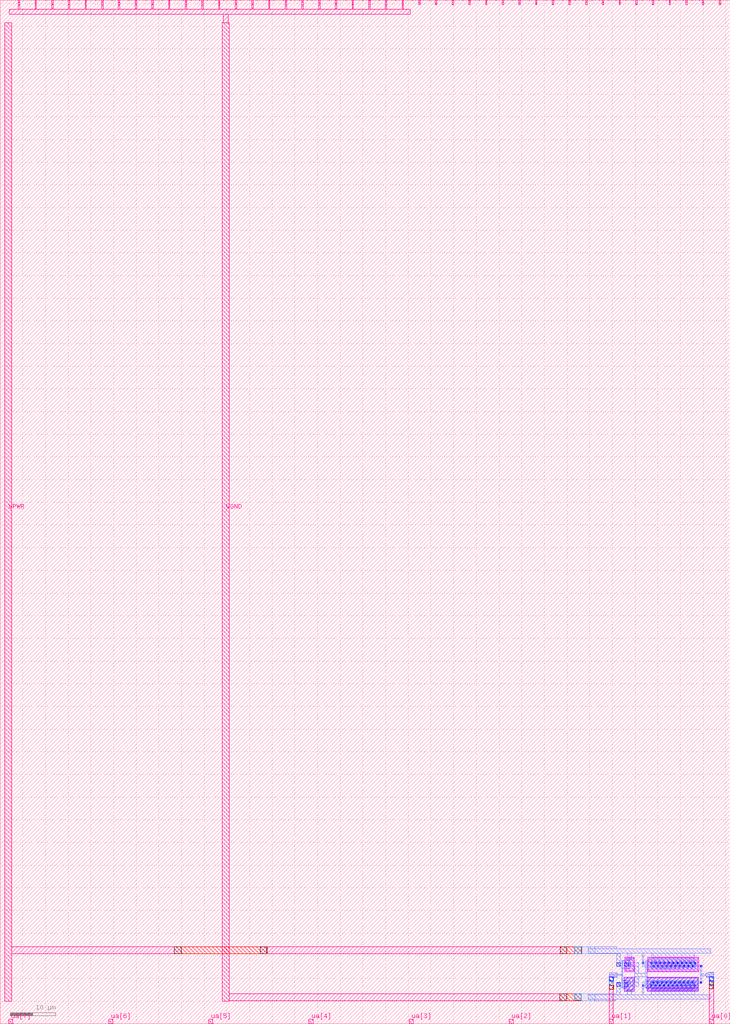
<source format=lef>
VERSION 5.7 ;
  NOWIREEXTENSIONATPIN ON ;
  DIVIDERCHAR "/" ;
  BUSBITCHARS "[]" ;
MACRO tt_um_adennen_inverter
  CLASS BLOCK ;
  FOREIGN tt_um_adennen_inverter ;
  ORIGIN 0.000 0.000 ;
  SIZE 161.000 BY 225.760 ;
  PIN clk
    DIRECTION INPUT ;
    USE SIGNAL ;
    PORT
      LAYER met4 ;
        RECT 154.870 224.760 155.170 225.760 ;
    END
  END clk
  PIN ena
    DIRECTION INPUT ;
    USE SIGNAL ;
    PORT
      LAYER met4 ;
        RECT 158.550 224.760 158.850 225.760 ;
    END
  END ena
  PIN rst_n
    DIRECTION INPUT ;
    USE SIGNAL ;
    PORT
      LAYER met4 ;
        RECT 151.190 224.760 151.490 225.760 ;
    END
  END rst_n
  PIN ua[0]
    DIRECTION INOUT ;
    USE SIGNAL ;
    PORT
      LAYER met4 ;
        RECT 156.410 0.000 157.310 1.000 ;
    END
  END ua[0]
  PIN ua[1]
    DIRECTION INOUT ;
    USE SIGNAL ;
    PORT
      LAYER met4 ;
        RECT 134.330 0.000 135.230 1.000 ;
    END
  END ua[1]
  PIN ua[2]
    DIRECTION INOUT ;
    USE SIGNAL ;
    PORT
      LAYER met4 ;
        RECT 112.250 0.000 113.150 1.000 ;
    END
  END ua[2]
  PIN ua[3]
    DIRECTION INOUT ;
    USE SIGNAL ;
    PORT
      LAYER met4 ;
        RECT 90.170 0.000 91.070 1.000 ;
    END
  END ua[3]
  PIN ua[4]
    DIRECTION INOUT ;
    USE SIGNAL ;
    PORT
      LAYER met4 ;
        RECT 68.090 0.000 68.990 1.000 ;
    END
  END ua[4]
  PIN ua[5]
    DIRECTION INOUT ;
    USE SIGNAL ;
    PORT
      LAYER met4 ;
        RECT 46.010 0.000 46.910 1.000 ;
    END
  END ua[5]
  PIN ua[6]
    DIRECTION INOUT ;
    USE SIGNAL ;
    PORT
      LAYER met4 ;
        RECT 23.930 0.000 24.830 1.000 ;
    END
  END ua[6]
  PIN ua[7]
    DIRECTION INOUT ;
    USE SIGNAL ;
    PORT
      LAYER met4 ;
        RECT 1.850 0.000 2.750 1.000 ;
    END
  END ua[7]
  PIN ui_in[0]
    DIRECTION INPUT ;
    USE SIGNAL ;
    PORT
      LAYER met4 ;
        RECT 147.510 224.760 147.810 225.760 ;
    END
  END ui_in[0]
  PIN ui_in[1]
    DIRECTION INPUT ;
    USE SIGNAL ;
    PORT
      LAYER met4 ;
        RECT 143.830 224.760 144.130 225.760 ;
    END
  END ui_in[1]
  PIN ui_in[2]
    DIRECTION INPUT ;
    USE SIGNAL ;
    PORT
      LAYER met4 ;
        RECT 140.150 224.760 140.450 225.760 ;
    END
  END ui_in[2]
  PIN ui_in[3]
    DIRECTION INPUT ;
    USE SIGNAL ;
    PORT
      LAYER met4 ;
        RECT 136.470 224.760 136.770 225.760 ;
    END
  END ui_in[3]
  PIN ui_in[4]
    DIRECTION INPUT ;
    USE SIGNAL ;
    PORT
      LAYER met4 ;
        RECT 132.790 224.760 133.090 225.760 ;
    END
  END ui_in[4]
  PIN ui_in[5]
    DIRECTION INPUT ;
    USE SIGNAL ;
    PORT
      LAYER met4 ;
        RECT 129.110 224.760 129.410 225.760 ;
    END
  END ui_in[5]
  PIN ui_in[6]
    DIRECTION INPUT ;
    USE SIGNAL ;
    PORT
      LAYER met4 ;
        RECT 125.430 224.760 125.730 225.760 ;
    END
  END ui_in[6]
  PIN ui_in[7]
    DIRECTION INPUT ;
    USE SIGNAL ;
    PORT
      LAYER met4 ;
        RECT 121.750 224.760 122.050 225.760 ;
    END
  END ui_in[7]
  PIN uio_in[0]
    DIRECTION INPUT ;
    USE SIGNAL ;
    PORT
      LAYER met4 ;
        RECT 118.070 224.760 118.370 225.760 ;
    END
  END uio_in[0]
  PIN uio_in[1]
    DIRECTION INPUT ;
    USE SIGNAL ;
    PORT
      LAYER met4 ;
        RECT 114.390 224.760 114.690 225.760 ;
    END
  END uio_in[1]
  PIN uio_in[2]
    DIRECTION INPUT ;
    USE SIGNAL ;
    PORT
      LAYER met4 ;
        RECT 110.710 224.760 111.010 225.760 ;
    END
  END uio_in[2]
  PIN uio_in[3]
    DIRECTION INPUT ;
    USE SIGNAL ;
    PORT
      LAYER met4 ;
        RECT 107.030 224.760 107.330 225.760 ;
    END
  END uio_in[3]
  PIN uio_in[4]
    DIRECTION INPUT ;
    USE SIGNAL ;
    PORT
      LAYER met4 ;
        RECT 103.350 224.760 103.650 225.760 ;
    END
  END uio_in[4]
  PIN uio_in[5]
    DIRECTION INPUT ;
    USE SIGNAL ;
    PORT
      LAYER met4 ;
        RECT 99.670 224.760 99.970 225.760 ;
    END
  END uio_in[5]
  PIN uio_in[6]
    DIRECTION INPUT ;
    USE SIGNAL ;
    PORT
      LAYER met4 ;
        RECT 95.990 224.760 96.290 225.760 ;
    END
  END uio_in[6]
  PIN uio_in[7]
    DIRECTION INPUT ;
    USE SIGNAL ;
    PORT
      LAYER met4 ;
        RECT 92.310 224.760 92.610 225.760 ;
    END
  END uio_in[7]
  PIN uio_oe[0]
    DIRECTION OUTPUT ;
    USE SIGNAL ;
    PORT
      LAYER met4 ;
        RECT 29.750 224.760 30.050 225.760 ;
    END
  END uio_oe[0]
  PIN uio_oe[1]
    DIRECTION OUTPUT ;
    USE SIGNAL ;
    PORT
      LAYER met4 ;
        RECT 26.070 224.760 26.370 225.760 ;
    END
  END uio_oe[1]
  PIN uio_oe[2]
    DIRECTION OUTPUT ;
    USE SIGNAL ;
    PORT
      LAYER met4 ;
        RECT 22.390 224.760 22.690 225.760 ;
    END
  END uio_oe[2]
  PIN uio_oe[3]
    DIRECTION OUTPUT ;
    USE SIGNAL ;
    PORT
      LAYER met4 ;
        RECT 18.710 224.760 19.010 225.760 ;
    END
  END uio_oe[3]
  PIN uio_oe[4]
    DIRECTION OUTPUT ;
    USE SIGNAL ;
    PORT
      LAYER met4 ;
        RECT 15.030 224.760 15.330 225.760 ;
    END
  END uio_oe[4]
  PIN uio_oe[5]
    DIRECTION OUTPUT ;
    USE SIGNAL ;
    PORT
      LAYER met4 ;
        RECT 11.350 224.760 11.650 225.760 ;
    END
  END uio_oe[5]
  PIN uio_oe[6]
    DIRECTION OUTPUT ;
    USE SIGNAL ;
    PORT
      LAYER met4 ;
        RECT 7.670 224.760 7.970 225.760 ;
    END
  END uio_oe[6]
  PIN uio_oe[7]
    DIRECTION OUTPUT ;
    USE SIGNAL ;
    PORT
      LAYER met4 ;
        RECT 3.990 224.760 4.290 225.760 ;
    END
  END uio_oe[7]
  PIN uio_out[0]
    DIRECTION OUTPUT ;
    USE SIGNAL ;
    PORT
      LAYER met4 ;
        RECT 59.190 224.760 59.490 225.760 ;
    END
  END uio_out[0]
  PIN uio_out[1]
    DIRECTION OUTPUT ;
    USE SIGNAL ;
    PORT
      LAYER met4 ;
        RECT 55.510 224.760 55.810 225.760 ;
    END
  END uio_out[1]
  PIN uio_out[2]
    DIRECTION OUTPUT ;
    USE SIGNAL ;
    PORT
      LAYER met4 ;
        RECT 51.830 224.760 52.130 225.760 ;
    END
  END uio_out[2]
  PIN uio_out[3]
    DIRECTION OUTPUT ;
    USE SIGNAL ;
    PORT
      LAYER met4 ;
        RECT 48.150 224.760 48.450 225.760 ;
    END
  END uio_out[3]
  PIN uio_out[4]
    DIRECTION OUTPUT ;
    USE SIGNAL ;
    PORT
      LAYER met4 ;
        RECT 44.470 224.760 44.770 225.760 ;
    END
  END uio_out[4]
  PIN uio_out[5]
    DIRECTION OUTPUT ;
    USE SIGNAL ;
    PORT
      LAYER met4 ;
        RECT 40.790 224.760 41.090 225.760 ;
    END
  END uio_out[5]
  PIN uio_out[6]
    DIRECTION OUTPUT ;
    USE SIGNAL ;
    PORT
      LAYER met4 ;
        RECT 37.110 224.760 37.410 225.760 ;
    END
  END uio_out[6]
  PIN uio_out[7]
    DIRECTION OUTPUT ;
    USE SIGNAL ;
    PORT
      LAYER met4 ;
        RECT 33.430 224.760 33.730 225.760 ;
    END
  END uio_out[7]
  PIN uo_out[0]
    DIRECTION OUTPUT ;
    USE SIGNAL ;
    PORT
      LAYER met4 ;
        RECT 88.630 224.760 88.930 225.760 ;
    END
  END uo_out[0]
  PIN uo_out[1]
    DIRECTION OUTPUT ;
    USE SIGNAL ;
    PORT
      LAYER met4 ;
        RECT 84.950 224.760 85.250 225.760 ;
    END
  END uo_out[1]
  PIN uo_out[2]
    DIRECTION OUTPUT ;
    USE SIGNAL ;
    PORT
      LAYER met4 ;
        RECT 81.270 224.760 81.570 225.760 ;
    END
  END uo_out[2]
  PIN uo_out[3]
    DIRECTION OUTPUT ;
    USE SIGNAL ;
    PORT
      LAYER met4 ;
        RECT 77.590 224.760 77.890 225.760 ;
    END
  END uo_out[3]
  PIN uo_out[4]
    DIRECTION OUTPUT ;
    USE SIGNAL ;
    PORT
      LAYER met4 ;
        RECT 73.910 224.760 74.210 225.760 ;
    END
  END uo_out[4]
  PIN uo_out[5]
    DIRECTION OUTPUT ;
    USE SIGNAL ;
    PORT
      LAYER met4 ;
        RECT 70.230 224.760 70.530 225.760 ;
    END
  END uo_out[5]
  PIN uo_out[6]
    DIRECTION OUTPUT ;
    USE SIGNAL ;
    PORT
      LAYER met4 ;
        RECT 66.550 224.760 66.850 225.760 ;
    END
  END uo_out[6]
  PIN uo_out[7]
    DIRECTION OUTPUT ;
    USE SIGNAL ;
    PORT
      LAYER met4 ;
        RECT 62.870 224.760 63.170 225.760 ;
    END
  END uo_out[7]
  PIN VPWR
    DIRECTION INOUT ;
    USE POWER ;
    PORT
      LAYER met4 ;
        RECT 1.000 5.000 2.500 220.760 ;
    END
  END VPWR
  PIN VGND
    DIRECTION INOUT ;
    USE GROUND ;
    PORT
      LAYER met4 ;
        RECT 49.000 5.000 50.500 220.760 ;
    END
  END VGND
  OBS
      LAYER nwell ;
        RECT 137.740 11.465 139.850 14.655 ;
        RECT 142.790 11.435 154.060 14.625 ;
      LAYER pwell ;
        RECT 137.670 7.165 139.780 10.265 ;
        RECT 142.690 8.065 153.960 10.300 ;
        RECT 142.430 7.825 153.960 8.065 ;
        RECT 142.690 7.200 153.960 7.825 ;
      LAYER li1 ;
        RECT 138.460 14.475 139.135 14.520 ;
        RECT 137.920 14.305 139.670 14.475 ;
        RECT 143.825 14.445 152.985 14.595 ;
        RECT 137.920 11.815 138.090 14.305 ;
        RECT 138.460 14.245 139.135 14.305 ;
        RECT 138.630 13.795 138.960 13.965 ;
        RECT 138.490 12.540 138.660 13.580 ;
        RECT 138.930 12.540 139.100 13.580 ;
        RECT 138.630 12.155 138.960 12.325 ;
        RECT 139.500 11.815 139.670 14.305 ;
        RECT 137.920 11.645 139.670 11.815 ;
        RECT 142.970 14.275 153.880 14.445 ;
        RECT 142.970 11.785 143.140 14.275 ;
        RECT 143.825 14.245 152.985 14.275 ;
        RECT 144.180 13.765 144.510 13.935 ;
        RECT 145.140 13.765 145.470 13.935 ;
        RECT 146.100 13.765 146.430 13.935 ;
        RECT 147.060 13.765 147.390 13.935 ;
        RECT 148.020 13.765 148.350 13.935 ;
        RECT 148.980 13.765 149.310 13.935 ;
        RECT 149.940 13.765 150.270 13.935 ;
        RECT 150.900 13.765 151.230 13.935 ;
        RECT 151.860 13.765 152.190 13.935 ;
        RECT 152.820 13.765 153.150 13.935 ;
        RECT 143.540 12.510 143.710 13.550 ;
        RECT 144.020 12.510 144.190 13.550 ;
        RECT 144.500 12.510 144.670 13.550 ;
        RECT 144.980 12.510 145.150 13.550 ;
        RECT 145.460 12.510 145.630 13.550 ;
        RECT 145.940 12.510 146.110 13.550 ;
        RECT 146.420 12.510 146.590 13.550 ;
        RECT 146.900 12.510 147.070 13.550 ;
        RECT 147.380 12.510 147.550 13.550 ;
        RECT 147.860 12.510 148.030 13.550 ;
        RECT 148.340 12.510 148.510 13.550 ;
        RECT 148.820 12.510 148.990 13.550 ;
        RECT 149.300 12.510 149.470 13.550 ;
        RECT 149.780 12.510 149.950 13.550 ;
        RECT 150.260 12.510 150.430 13.550 ;
        RECT 150.740 12.510 150.910 13.550 ;
        RECT 151.220 12.510 151.390 13.550 ;
        RECT 151.700 12.510 151.870 13.550 ;
        RECT 152.180 12.510 152.350 13.550 ;
        RECT 152.660 12.510 152.830 13.550 ;
        RECT 153.140 12.510 153.310 13.550 ;
        RECT 143.700 12.125 144.030 12.295 ;
        RECT 144.660 12.125 144.990 12.295 ;
        RECT 145.620 12.125 145.950 12.295 ;
        RECT 146.580 12.125 146.910 12.295 ;
        RECT 147.540 12.125 147.870 12.295 ;
        RECT 148.500 12.125 148.830 12.295 ;
        RECT 149.460 12.125 149.790 12.295 ;
        RECT 150.420 12.125 150.750 12.295 ;
        RECT 151.380 12.125 151.710 12.295 ;
        RECT 152.340 12.125 152.670 12.295 ;
        RECT 153.710 11.785 153.880 14.275 ;
        RECT 142.970 11.615 153.880 11.785 ;
        RECT 137.850 9.915 139.600 10.085 ;
        RECT 137.850 7.515 138.020 9.915 ;
        RECT 138.560 9.405 138.890 9.575 ;
        RECT 138.420 8.195 138.590 9.235 ;
        RECT 138.860 8.195 139.030 9.235 ;
        RECT 138.560 7.855 138.890 8.025 ;
        RECT 138.405 7.515 139.080 7.580 ;
        RECT 139.430 7.515 139.600 9.915 ;
        RECT 137.850 7.345 139.600 7.515 ;
        RECT 142.870 9.950 153.780 10.120 ;
        RECT 142.870 7.550 143.040 9.950 ;
        RECT 144.080 9.440 144.410 9.610 ;
        RECT 145.040 9.440 145.370 9.610 ;
        RECT 146.000 9.440 146.330 9.610 ;
        RECT 146.960 9.440 147.290 9.610 ;
        RECT 147.920 9.440 148.250 9.610 ;
        RECT 148.880 9.440 149.210 9.610 ;
        RECT 149.840 9.440 150.170 9.610 ;
        RECT 150.800 9.440 151.130 9.610 ;
        RECT 151.760 9.440 152.090 9.610 ;
        RECT 152.720 9.440 153.050 9.610 ;
        RECT 143.440 8.230 143.610 9.270 ;
        RECT 143.920 8.230 144.090 9.270 ;
        RECT 144.400 8.230 144.570 9.270 ;
        RECT 144.880 8.230 145.050 9.270 ;
        RECT 145.360 8.230 145.530 9.270 ;
        RECT 145.840 8.230 146.010 9.270 ;
        RECT 146.320 8.230 146.490 9.270 ;
        RECT 146.800 8.230 146.970 9.270 ;
        RECT 147.280 8.230 147.450 9.270 ;
        RECT 147.760 8.230 147.930 9.270 ;
        RECT 148.240 8.230 148.410 9.270 ;
        RECT 148.720 8.230 148.890 9.270 ;
        RECT 149.200 8.230 149.370 9.270 ;
        RECT 149.680 8.230 149.850 9.270 ;
        RECT 150.160 8.230 150.330 9.270 ;
        RECT 150.640 8.230 150.810 9.270 ;
        RECT 151.120 8.230 151.290 9.270 ;
        RECT 151.600 8.230 151.770 9.270 ;
        RECT 152.080 8.230 152.250 9.270 ;
        RECT 152.560 8.230 152.730 9.270 ;
        RECT 153.040 8.230 153.210 9.270 ;
        RECT 143.600 7.890 143.930 8.060 ;
        RECT 144.560 7.890 144.890 8.060 ;
        RECT 145.520 7.890 145.850 8.060 ;
        RECT 146.480 7.890 146.810 8.060 ;
        RECT 147.440 7.890 147.770 8.060 ;
        RECT 148.400 7.890 148.730 8.060 ;
        RECT 149.360 7.890 149.690 8.060 ;
        RECT 150.320 7.890 150.650 8.060 ;
        RECT 151.280 7.890 151.610 8.060 ;
        RECT 152.240 7.890 152.570 8.060 ;
        RECT 143.840 7.550 153.000 7.605 ;
        RECT 153.610 7.550 153.780 9.950 ;
        RECT 142.870 7.380 153.780 7.550 ;
        RECT 138.405 7.305 139.080 7.345 ;
        RECT 143.840 7.255 153.000 7.380 ;
      LAYER mcon ;
        RECT 138.710 13.795 138.880 13.965 ;
        RECT 138.490 12.620 138.660 13.500 ;
        RECT 138.930 12.620 139.100 13.500 ;
        RECT 138.710 12.155 138.880 12.325 ;
        RECT 144.260 13.765 144.430 13.935 ;
        RECT 145.220 13.765 145.390 13.935 ;
        RECT 146.180 13.765 146.350 13.935 ;
        RECT 147.140 13.765 147.310 13.935 ;
        RECT 148.100 13.765 148.270 13.935 ;
        RECT 149.060 13.765 149.230 13.935 ;
        RECT 150.020 13.765 150.190 13.935 ;
        RECT 150.980 13.765 151.150 13.935 ;
        RECT 151.940 13.765 152.110 13.935 ;
        RECT 152.900 13.765 153.070 13.935 ;
        RECT 143.540 12.590 143.710 13.470 ;
        RECT 144.020 12.590 144.190 13.470 ;
        RECT 144.500 12.590 144.670 13.470 ;
        RECT 144.980 12.590 145.150 13.470 ;
        RECT 145.460 12.590 145.630 13.470 ;
        RECT 145.940 12.590 146.110 13.470 ;
        RECT 146.420 12.590 146.590 13.470 ;
        RECT 146.900 12.590 147.070 13.470 ;
        RECT 147.380 12.590 147.550 13.470 ;
        RECT 147.860 12.590 148.030 13.470 ;
        RECT 148.340 12.590 148.510 13.470 ;
        RECT 148.820 12.590 148.990 13.470 ;
        RECT 149.300 12.590 149.470 13.470 ;
        RECT 149.780 12.590 149.950 13.470 ;
        RECT 150.260 12.590 150.430 13.470 ;
        RECT 150.740 12.590 150.910 13.470 ;
        RECT 151.220 12.590 151.390 13.470 ;
        RECT 151.700 12.590 151.870 13.470 ;
        RECT 152.180 12.590 152.350 13.470 ;
        RECT 152.660 12.590 152.830 13.470 ;
        RECT 153.140 12.590 153.310 13.470 ;
        RECT 143.780 12.125 143.950 12.295 ;
        RECT 144.740 12.125 144.910 12.295 ;
        RECT 145.700 12.125 145.870 12.295 ;
        RECT 146.660 12.125 146.830 12.295 ;
        RECT 147.620 12.125 147.790 12.295 ;
        RECT 148.580 12.125 148.750 12.295 ;
        RECT 149.540 12.125 149.710 12.295 ;
        RECT 150.500 12.125 150.670 12.295 ;
        RECT 151.460 12.125 151.630 12.295 ;
        RECT 152.420 12.125 152.590 12.295 ;
        RECT 138.640 9.405 138.810 9.575 ;
        RECT 138.420 8.275 138.590 9.155 ;
        RECT 138.860 8.275 139.030 9.155 ;
        RECT 138.640 7.855 138.810 8.025 ;
        RECT 144.160 9.440 144.330 9.610 ;
        RECT 145.120 9.440 145.290 9.610 ;
        RECT 146.080 9.440 146.250 9.610 ;
        RECT 147.040 9.440 147.210 9.610 ;
        RECT 148.000 9.440 148.170 9.610 ;
        RECT 148.960 9.440 149.130 9.610 ;
        RECT 149.920 9.440 150.090 9.610 ;
        RECT 150.880 9.440 151.050 9.610 ;
        RECT 151.840 9.440 152.010 9.610 ;
        RECT 152.800 9.440 152.970 9.610 ;
        RECT 143.440 8.310 143.610 9.190 ;
        RECT 143.920 8.310 144.090 9.190 ;
        RECT 144.400 8.310 144.570 9.190 ;
        RECT 144.880 8.310 145.050 9.190 ;
        RECT 145.360 8.310 145.530 9.190 ;
        RECT 145.840 8.310 146.010 9.190 ;
        RECT 146.320 8.310 146.490 9.190 ;
        RECT 146.800 8.310 146.970 9.190 ;
        RECT 147.280 8.310 147.450 9.190 ;
        RECT 147.760 8.310 147.930 9.190 ;
        RECT 148.240 8.310 148.410 9.190 ;
        RECT 148.720 8.310 148.890 9.190 ;
        RECT 149.200 8.310 149.370 9.190 ;
        RECT 149.680 8.310 149.850 9.190 ;
        RECT 150.160 8.310 150.330 9.190 ;
        RECT 150.640 8.310 150.810 9.190 ;
        RECT 151.120 8.310 151.290 9.190 ;
        RECT 151.600 8.310 151.770 9.190 ;
        RECT 152.080 8.310 152.250 9.190 ;
        RECT 152.560 8.310 152.730 9.190 ;
        RECT 153.040 8.310 153.210 9.190 ;
        RECT 143.680 7.890 143.850 8.060 ;
        RECT 144.640 7.890 144.810 8.060 ;
        RECT 145.600 7.890 145.770 8.060 ;
        RECT 146.560 7.890 146.730 8.060 ;
        RECT 147.520 7.890 147.690 8.060 ;
        RECT 148.480 7.890 148.650 8.060 ;
        RECT 149.440 7.890 149.610 8.060 ;
        RECT 150.400 7.890 150.570 8.060 ;
        RECT 151.360 7.890 151.530 8.060 ;
        RECT 152.320 7.890 152.490 8.060 ;
      LAYER met1 ;
        RECT 129.700 16.960 131.200 16.990 ;
        RECT 129.700 16.550 135.990 16.960 ;
        RECT 129.700 15.550 156.660 16.550 ;
        RECT 129.700 15.460 136.745 15.550 ;
        RECT 129.700 15.430 131.200 15.460 ;
        RECT 135.975 12.665 136.745 15.460 ;
        RECT 138.295 14.160 139.295 15.550 ;
        RECT 137.095 13.985 137.315 14.000 ;
        RECT 138.650 13.985 138.940 13.995 ;
        RECT 137.095 13.765 138.980 13.985 ;
        RECT 137.095 12.350 137.315 13.765 ;
        RECT 141.580 13.595 141.920 15.550 ;
        RECT 143.645 14.175 153.155 15.550 ;
        RECT 142.400 13.725 153.210 13.965 ;
        RECT 138.460 13.465 138.690 13.560 ;
        RECT 138.900 13.475 139.130 13.560 ;
        RECT 137.660 12.695 138.700 13.465 ;
        RECT 138.460 12.560 138.690 12.695 ;
        RECT 138.870 12.665 140.775 13.475 ;
        RECT 141.550 13.255 141.950 13.595 ;
        RECT 138.900 12.560 139.130 12.665 ;
        RECT 138.650 12.350 138.940 12.355 ;
        RECT 137.095 12.130 138.970 12.350 ;
        RECT 134.330 11.280 135.230 11.290 ;
        RECT 134.330 10.885 136.070 11.280 ;
        RECT 137.095 10.885 137.315 12.130 ;
        RECT 138.650 12.125 138.940 12.130 ;
        RECT 134.330 10.665 137.315 10.885 ;
        RECT 134.330 10.340 136.070 10.665 ;
        RECT 134.300 10.280 136.070 10.340 ;
        RECT 134.300 9.440 135.260 10.280 ;
        RECT 137.095 9.590 137.315 10.665 ;
        RECT 139.965 11.180 140.775 12.665 ;
        RECT 142.400 12.305 142.640 13.725 ;
        RECT 143.420 13.285 143.820 13.575 ;
        RECT 143.510 12.530 143.740 13.285 ;
        RECT 143.990 12.855 144.220 13.530 ;
        RECT 144.390 13.275 144.790 13.565 ;
        RECT 143.900 12.565 144.300 12.855 ;
        RECT 143.990 12.530 144.220 12.565 ;
        RECT 144.470 12.530 144.700 13.275 ;
        RECT 144.950 12.865 145.180 13.530 ;
        RECT 145.360 13.275 145.760 13.565 ;
        RECT 144.860 12.575 145.260 12.865 ;
        RECT 144.950 12.530 145.180 12.575 ;
        RECT 145.430 12.530 145.660 13.275 ;
        RECT 145.910 12.855 146.140 13.530 ;
        RECT 146.310 13.275 146.710 13.565 ;
        RECT 145.820 12.565 146.220 12.855 ;
        RECT 145.910 12.530 146.140 12.565 ;
        RECT 146.390 12.530 146.620 13.275 ;
        RECT 146.870 12.855 147.100 13.530 ;
        RECT 147.260 13.275 147.660 13.565 ;
        RECT 146.780 12.565 147.180 12.855 ;
        RECT 146.870 12.530 147.100 12.565 ;
        RECT 147.350 12.530 147.580 13.275 ;
        RECT 147.830 12.855 148.060 13.530 ;
        RECT 148.220 13.275 148.620 13.565 ;
        RECT 147.740 12.565 148.140 12.855 ;
        RECT 147.830 12.530 148.060 12.565 ;
        RECT 148.310 12.530 148.540 13.275 ;
        RECT 148.790 12.865 149.020 13.530 ;
        RECT 149.190 13.285 149.590 13.575 ;
        RECT 148.690 12.575 149.090 12.865 ;
        RECT 148.790 12.530 149.020 12.575 ;
        RECT 149.270 12.530 149.500 13.285 ;
        RECT 149.750 12.855 149.980 13.530 ;
        RECT 150.140 13.275 150.540 13.565 ;
        RECT 149.660 12.565 150.060 12.855 ;
        RECT 149.750 12.530 149.980 12.565 ;
        RECT 150.230 12.530 150.460 13.275 ;
        RECT 150.710 12.855 150.940 13.530 ;
        RECT 151.110 13.285 151.510 13.575 ;
        RECT 150.620 12.565 151.020 12.855 ;
        RECT 150.710 12.530 150.940 12.565 ;
        RECT 151.190 12.530 151.420 13.285 ;
        RECT 151.670 12.855 151.900 13.530 ;
        RECT 152.060 13.285 152.460 13.575 ;
        RECT 151.570 12.565 151.970 12.855 ;
        RECT 151.670 12.530 151.900 12.565 ;
        RECT 152.150 12.530 152.380 13.285 ;
        RECT 152.630 12.855 152.860 13.530 ;
        RECT 153.030 13.275 153.430 13.565 ;
        RECT 152.540 12.565 152.940 12.855 ;
        RECT 152.630 12.530 152.860 12.565 ;
        RECT 153.110 12.530 153.340 13.275 ;
        RECT 154.380 12.555 154.780 12.895 ;
        RECT 143.720 12.305 144.010 12.325 ;
        RECT 144.680 12.305 144.970 12.325 ;
        RECT 145.640 12.305 145.930 12.325 ;
        RECT 146.600 12.305 146.890 12.325 ;
        RECT 147.560 12.305 147.850 12.325 ;
        RECT 148.520 12.305 148.810 12.325 ;
        RECT 149.480 12.305 149.770 12.325 ;
        RECT 150.440 12.305 150.730 12.325 ;
        RECT 151.400 12.305 151.690 12.325 ;
        RECT 152.360 12.305 152.650 12.325 ;
        RECT 142.400 12.065 153.230 12.305 ;
        RECT 142.400 11.180 142.640 12.065 ;
        RECT 139.965 10.370 142.640 11.180 ;
        RECT 154.410 10.955 154.750 12.555 ;
        RECT 156.410 11.280 157.310 11.330 ;
        RECT 155.655 10.955 157.310 11.280 ;
        RECT 154.410 10.875 157.310 10.955 ;
        RECT 138.580 9.590 138.870 9.605 ;
        RECT 137.095 9.370 138.905 9.590 ;
        RECT 129.690 6.610 131.190 6.640 ;
        RECT 129.690 6.400 135.660 6.610 ;
        RECT 135.955 6.400 136.745 9.125 ;
        RECT 137.095 8.050 137.315 9.370 ;
        RECT 138.390 9.095 138.620 9.215 ;
        RECT 138.830 9.110 139.060 9.215 ;
        RECT 139.965 9.110 140.775 10.370 ;
        RECT 137.590 8.305 138.630 9.095 ;
        RECT 138.390 8.215 138.620 8.305 ;
        RECT 138.825 8.300 140.775 9.110 ;
        RECT 142.400 9.635 142.640 10.370 ;
        RECT 154.380 10.615 157.310 10.875 ;
        RECT 154.380 10.605 154.750 10.615 ;
        RECT 144.100 9.635 144.390 9.640 ;
        RECT 145.060 9.635 145.350 9.640 ;
        RECT 146.020 9.635 146.310 9.640 ;
        RECT 146.980 9.635 147.270 9.640 ;
        RECT 147.940 9.635 148.230 9.640 ;
        RECT 148.900 9.635 149.190 9.640 ;
        RECT 149.860 9.635 150.150 9.640 ;
        RECT 150.820 9.635 151.110 9.640 ;
        RECT 151.780 9.635 152.070 9.640 ;
        RECT 152.740 9.635 153.030 9.640 ;
        RECT 142.400 9.395 153.240 9.635 ;
        RECT 138.830 8.215 139.060 8.300 ;
        RECT 141.550 8.265 141.950 8.605 ;
        RECT 138.580 8.050 138.870 8.055 ;
        RECT 137.095 7.830 138.870 8.050 ;
        RECT 138.580 7.825 138.870 7.830 ;
        RECT 138.235 6.400 139.235 7.645 ;
        RECT 141.580 6.400 141.920 8.265 ;
        RECT 142.400 8.065 142.640 9.395 ;
        RECT 154.380 9.275 154.720 10.605 ;
        RECT 155.655 10.370 157.310 10.615 ;
        RECT 155.655 10.280 157.340 10.370 ;
        RECT 156.380 9.470 157.340 10.280 ;
        RECT 143.410 8.575 143.640 9.250 ;
        RECT 143.890 9.245 144.120 9.250 ;
        RECT 143.810 8.955 144.210 9.245 ;
        RECT 143.320 8.285 143.720 8.575 ;
        RECT 143.410 8.250 143.640 8.285 ;
        RECT 143.890 8.250 144.120 8.955 ;
        RECT 144.370 8.575 144.600 9.250 ;
        RECT 144.850 9.245 145.080 9.250 ;
        RECT 144.760 8.955 145.160 9.245 ;
        RECT 144.280 8.285 144.680 8.575 ;
        RECT 144.370 8.250 144.600 8.285 ;
        RECT 144.850 8.250 145.080 8.955 ;
        RECT 145.330 8.575 145.560 9.250 ;
        RECT 145.810 9.245 146.040 9.250 ;
        RECT 145.730 8.955 146.130 9.245 ;
        RECT 145.250 8.285 145.650 8.575 ;
        RECT 145.330 8.250 145.560 8.285 ;
        RECT 145.810 8.250 146.040 8.955 ;
        RECT 146.290 8.565 146.520 9.250 ;
        RECT 146.680 8.965 147.080 9.255 ;
        RECT 146.200 8.275 146.600 8.565 ;
        RECT 146.290 8.250 146.520 8.275 ;
        RECT 146.770 8.250 147.000 8.965 ;
        RECT 147.250 8.575 147.480 9.250 ;
        RECT 147.650 8.965 148.050 9.255 ;
        RECT 147.170 8.285 147.570 8.575 ;
        RECT 147.250 8.250 147.480 8.285 ;
        RECT 147.730 8.250 147.960 8.965 ;
        RECT 148.210 8.575 148.440 9.250 ;
        RECT 148.610 8.965 149.010 9.255 ;
        RECT 148.120 8.285 148.520 8.575 ;
        RECT 148.210 8.250 148.440 8.285 ;
        RECT 148.690 8.250 148.920 8.965 ;
        RECT 149.170 8.575 149.400 9.250 ;
        RECT 149.650 9.245 149.880 9.250 ;
        RECT 149.570 8.955 149.970 9.245 ;
        RECT 149.080 8.285 149.480 8.575 ;
        RECT 149.170 8.250 149.400 8.285 ;
        RECT 149.650 8.250 149.880 8.955 ;
        RECT 150.130 8.575 150.360 9.250 ;
        RECT 150.610 9.245 150.840 9.250 ;
        RECT 150.530 8.955 150.930 9.245 ;
        RECT 150.050 8.285 150.450 8.575 ;
        RECT 150.130 8.250 150.360 8.285 ;
        RECT 150.610 8.250 150.840 8.955 ;
        RECT 151.090 8.575 151.320 9.250 ;
        RECT 151.570 9.245 151.800 9.250 ;
        RECT 151.490 8.955 151.890 9.245 ;
        RECT 151.000 8.285 151.400 8.575 ;
        RECT 151.090 8.250 151.320 8.285 ;
        RECT 151.570 8.250 151.800 8.955 ;
        RECT 152.050 8.585 152.280 9.250 ;
        RECT 152.530 9.235 152.760 9.250 ;
        RECT 152.450 8.945 152.850 9.235 ;
        RECT 151.980 8.295 152.380 8.585 ;
        RECT 152.050 8.250 152.280 8.295 ;
        RECT 152.530 8.250 152.760 8.945 ;
        RECT 153.010 8.575 153.240 9.250 ;
        RECT 154.350 8.935 154.750 9.275 ;
        RECT 152.930 8.285 153.330 8.575 ;
        RECT 153.010 8.250 153.240 8.285 ;
        RECT 143.620 8.065 143.910 8.090 ;
        RECT 144.580 8.065 144.870 8.090 ;
        RECT 145.540 8.065 145.830 8.090 ;
        RECT 146.500 8.065 146.790 8.090 ;
        RECT 147.460 8.065 147.750 8.090 ;
        RECT 148.420 8.065 148.710 8.090 ;
        RECT 149.380 8.065 149.670 8.090 ;
        RECT 150.340 8.065 150.630 8.090 ;
        RECT 151.300 8.065 151.590 8.090 ;
        RECT 152.260 8.065 152.550 8.090 ;
        RECT 142.400 7.825 153.240 8.065 ;
        RECT 143.575 6.400 153.210 7.675 ;
        RECT 129.690 5.400 156.630 6.400 ;
        RECT 129.690 5.110 135.660 5.400 ;
        RECT 129.690 5.080 131.190 5.110 ;
      LAYER via ;
        RECT 135.975 12.695 136.745 13.465 ;
        RECT 137.690 12.695 138.460 13.465 ;
        RECT 141.580 13.255 141.920 13.595 ;
        RECT 134.330 9.440 135.230 10.340 ;
        RECT 143.470 13.285 143.770 13.575 ;
        RECT 144.440 13.275 144.740 13.565 ;
        RECT 143.950 12.565 144.250 12.855 ;
        RECT 145.410 13.275 145.710 13.565 ;
        RECT 144.910 12.575 145.210 12.865 ;
        RECT 146.360 13.275 146.660 13.565 ;
        RECT 145.870 12.565 146.170 12.855 ;
        RECT 147.310 13.275 147.610 13.565 ;
        RECT 146.830 12.565 147.130 12.855 ;
        RECT 148.270 13.275 148.570 13.565 ;
        RECT 147.790 12.565 148.090 12.855 ;
        RECT 149.240 13.285 149.540 13.575 ;
        RECT 148.740 12.575 149.040 12.865 ;
        RECT 150.190 13.275 150.490 13.565 ;
        RECT 149.710 12.565 150.010 12.855 ;
        RECT 151.160 13.285 151.460 13.575 ;
        RECT 150.670 12.565 150.970 12.855 ;
        RECT 152.110 13.285 152.410 13.575 ;
        RECT 151.620 12.565 151.920 12.855 ;
        RECT 153.080 13.275 153.380 13.565 ;
        RECT 152.590 12.565 152.890 12.855 ;
        RECT 154.410 12.555 154.750 12.895 ;
        RECT 135.955 8.305 136.745 9.095 ;
        RECT 137.620 8.305 138.410 9.095 ;
        RECT 141.580 8.265 141.920 8.605 ;
        RECT 156.410 9.470 157.310 10.370 ;
        RECT 143.860 8.955 144.160 9.245 ;
        RECT 143.370 8.285 143.670 8.575 ;
        RECT 144.810 8.955 145.110 9.245 ;
        RECT 144.330 8.285 144.630 8.575 ;
        RECT 145.780 8.955 146.080 9.245 ;
        RECT 145.300 8.285 145.600 8.575 ;
        RECT 146.730 8.965 147.030 9.255 ;
        RECT 146.250 8.275 146.550 8.565 ;
        RECT 147.700 8.965 148.000 9.255 ;
        RECT 147.220 8.285 147.520 8.575 ;
        RECT 148.660 8.965 148.960 9.255 ;
        RECT 148.170 8.285 148.470 8.575 ;
        RECT 149.620 8.955 149.920 9.245 ;
        RECT 149.130 8.285 149.430 8.575 ;
        RECT 150.580 8.955 150.880 9.245 ;
        RECT 150.100 8.285 150.400 8.575 ;
        RECT 151.540 8.955 151.840 9.245 ;
        RECT 151.050 8.285 151.350 8.575 ;
        RECT 152.500 8.945 152.800 9.235 ;
        RECT 152.030 8.295 152.330 8.585 ;
        RECT 154.380 8.935 154.720 9.275 ;
        RECT 152.980 8.285 153.280 8.575 ;
      LAYER met2 ;
        RECT 126.735 16.960 128.185 16.980 ;
        RECT 126.710 15.460 131.230 16.960 ;
        RECT 126.735 15.440 128.185 15.460 ;
        RECT 141.580 13.595 141.920 13.625 ;
        RECT 143.470 13.595 143.770 13.625 ;
        RECT 144.440 13.595 144.740 13.615 ;
        RECT 145.410 13.595 145.710 13.615 ;
        RECT 146.360 13.595 146.660 13.615 ;
        RECT 147.310 13.595 147.610 13.615 ;
        RECT 148.270 13.595 148.570 13.615 ;
        RECT 149.240 13.595 149.540 13.625 ;
        RECT 150.190 13.595 150.490 13.615 ;
        RECT 151.160 13.595 151.460 13.625 ;
        RECT 152.110 13.595 152.410 13.625 ;
        RECT 153.080 13.595 153.380 13.615 ;
        RECT 137.690 13.465 138.460 13.495 ;
        RECT 135.945 12.695 138.460 13.465 ;
        RECT 141.580 13.255 153.540 13.595 ;
        RECT 141.580 13.225 141.920 13.255 ;
        RECT 143.470 13.235 143.770 13.255 ;
        RECT 144.440 13.225 144.740 13.255 ;
        RECT 145.410 13.225 145.710 13.255 ;
        RECT 146.360 13.225 146.660 13.255 ;
        RECT 147.310 13.225 147.610 13.255 ;
        RECT 148.270 13.225 148.570 13.255 ;
        RECT 149.240 13.235 149.540 13.255 ;
        RECT 150.190 13.225 150.490 13.255 ;
        RECT 151.160 13.235 151.460 13.255 ;
        RECT 152.110 13.235 152.410 13.255 ;
        RECT 153.080 13.225 153.380 13.255 ;
        RECT 143.950 12.895 144.250 12.905 ;
        RECT 144.910 12.895 145.210 12.915 ;
        RECT 145.870 12.895 146.170 12.905 ;
        RECT 146.830 12.895 147.130 12.905 ;
        RECT 147.790 12.895 148.090 12.905 ;
        RECT 148.740 12.895 149.040 12.915 ;
        RECT 149.710 12.895 150.010 12.905 ;
        RECT 150.670 12.895 150.970 12.905 ;
        RECT 151.620 12.895 151.920 12.905 ;
        RECT 152.590 12.895 152.890 12.905 ;
        RECT 154.410 12.895 154.750 12.925 ;
        RECT 137.690 12.665 138.460 12.695 ;
        RECT 141.570 12.555 154.750 12.895 ;
        RECT 143.950 12.515 144.250 12.555 ;
        RECT 144.910 12.525 145.210 12.555 ;
        RECT 145.870 12.515 146.170 12.555 ;
        RECT 146.830 12.515 147.130 12.555 ;
        RECT 147.790 12.515 148.090 12.555 ;
        RECT 148.740 12.525 149.040 12.555 ;
        RECT 149.710 12.515 150.010 12.555 ;
        RECT 150.670 12.515 150.970 12.555 ;
        RECT 151.620 12.515 151.920 12.555 ;
        RECT 152.590 12.515 152.890 12.555 ;
        RECT 154.410 12.525 154.750 12.555 ;
        RECT 134.330 9.395 135.230 10.370 ;
        RECT 134.310 8.545 135.250 9.395 ;
        RECT 156.410 9.365 157.310 10.400 ;
        RECT 143.860 9.275 144.160 9.295 ;
        RECT 144.810 9.275 145.110 9.295 ;
        RECT 145.780 9.275 146.080 9.295 ;
        RECT 146.730 9.275 147.030 9.305 ;
        RECT 147.700 9.275 148.000 9.305 ;
        RECT 148.660 9.275 148.960 9.305 ;
        RECT 149.620 9.275 149.920 9.295 ;
        RECT 150.580 9.275 150.880 9.295 ;
        RECT 151.540 9.275 151.840 9.295 ;
        RECT 152.500 9.275 152.800 9.285 ;
        RECT 154.380 9.275 154.720 9.305 ;
        RECT 137.620 9.095 138.410 9.125 ;
        RECT 134.330 8.520 135.230 8.545 ;
        RECT 135.925 8.305 138.410 9.095 ;
        RECT 141.580 8.935 154.720 9.275 ;
        RECT 143.860 8.905 144.160 8.935 ;
        RECT 144.810 8.905 145.110 8.935 ;
        RECT 145.780 8.905 146.080 8.935 ;
        RECT 146.730 8.915 147.030 8.935 ;
        RECT 147.700 8.915 148.000 8.935 ;
        RECT 148.660 8.915 148.960 8.935 ;
        RECT 149.620 8.905 149.920 8.935 ;
        RECT 150.580 8.905 150.880 8.935 ;
        RECT 151.540 8.905 151.840 8.935 ;
        RECT 152.500 8.895 152.800 8.935 ;
        RECT 154.380 8.905 154.720 8.935 ;
        RECT 137.620 8.275 138.410 8.305 ;
        RECT 141.580 8.605 141.920 8.635 ;
        RECT 143.370 8.605 143.670 8.625 ;
        RECT 144.330 8.605 144.630 8.625 ;
        RECT 145.300 8.605 145.600 8.625 ;
        RECT 146.250 8.605 146.550 8.615 ;
        RECT 147.220 8.605 147.520 8.625 ;
        RECT 148.170 8.605 148.470 8.625 ;
        RECT 149.130 8.605 149.430 8.625 ;
        RECT 150.100 8.605 150.400 8.625 ;
        RECT 151.050 8.605 151.350 8.625 ;
        RECT 152.030 8.605 152.330 8.635 ;
        RECT 152.980 8.605 153.280 8.625 ;
        RECT 141.580 8.265 153.540 8.605 ;
        RECT 156.390 8.515 157.330 9.365 ;
        RECT 156.410 8.490 157.310 8.515 ;
        RECT 141.580 8.235 141.920 8.265 ;
        RECT 143.370 8.235 143.670 8.265 ;
        RECT 144.330 8.235 144.630 8.265 ;
        RECT 145.300 8.235 145.600 8.265 ;
        RECT 146.250 8.225 146.550 8.265 ;
        RECT 147.220 8.235 147.520 8.265 ;
        RECT 148.170 8.235 148.470 8.265 ;
        RECT 149.130 8.235 149.430 8.265 ;
        RECT 150.100 8.235 150.400 8.265 ;
        RECT 151.050 8.235 151.350 8.265 ;
        RECT 152.030 8.245 152.330 8.265 ;
        RECT 152.980 8.235 153.280 8.265 ;
        RECT 126.705 6.610 128.155 6.630 ;
        RECT 126.680 5.110 131.220 6.610 ;
        RECT 126.705 5.090 128.155 5.110 ;
      LAYER via2 ;
        RECT 126.735 15.485 128.185 16.935 ;
        RECT 134.355 8.545 135.205 9.395 ;
        RECT 156.435 8.515 157.285 9.365 ;
        RECT 126.705 5.135 128.155 6.585 ;
      LAYER met3 ;
        RECT 38.415 16.960 39.905 16.985 ;
        RECT 123.485 16.960 124.975 16.985 ;
        RECT 38.410 15.460 58.840 16.960 ;
        RECT 123.480 15.460 128.210 16.960 ;
        RECT 38.415 15.435 39.905 15.460 ;
        RECT 123.485 15.435 124.975 15.460 ;
        RECT 134.330 8.535 135.230 9.420 ;
        RECT 156.410 8.605 157.310 9.390 ;
        RECT 134.305 7.645 135.255 8.535 ;
        RECT 156.385 7.715 157.335 8.605 ;
        RECT 156.410 7.710 157.310 7.715 ;
        RECT 134.330 7.640 135.230 7.645 ;
        RECT 123.425 6.610 124.915 6.635 ;
        RECT 123.420 5.110 128.180 6.610 ;
        RECT 123.425 5.085 124.915 5.110 ;
      LAYER via3 ;
        RECT 38.415 15.465 39.905 16.955 ;
        RECT 57.310 15.460 58.810 16.960 ;
        RECT 123.485 15.465 124.975 16.955 ;
        RECT 134.335 7.645 135.225 8.535 ;
        RECT 156.415 7.715 157.305 8.605 ;
        RECT 123.425 5.115 124.915 6.605 ;
      LAYER met4 ;
        RECT 3.990 223.710 4.290 224.760 ;
        RECT 7.670 223.710 7.970 224.760 ;
        RECT 11.350 223.710 11.650 224.760 ;
        RECT 15.030 223.710 15.330 224.760 ;
        RECT 18.710 223.710 19.010 224.760 ;
        RECT 22.390 223.710 22.690 224.760 ;
        RECT 26.070 223.710 26.370 224.760 ;
        RECT 29.750 223.710 30.050 224.760 ;
        RECT 33.430 223.710 33.730 224.760 ;
        RECT 37.110 223.710 37.410 224.760 ;
        RECT 40.790 223.710 41.090 224.760 ;
        RECT 44.470 223.710 44.770 224.760 ;
        RECT 48.150 223.710 48.450 224.760 ;
        RECT 51.830 223.710 52.130 224.760 ;
        RECT 55.510 223.710 55.810 224.760 ;
        RECT 59.190 223.710 59.490 224.760 ;
        RECT 62.870 223.710 63.170 224.760 ;
        RECT 66.550 223.710 66.850 224.760 ;
        RECT 70.230 223.710 70.530 224.760 ;
        RECT 73.910 223.710 74.210 224.760 ;
        RECT 77.590 223.710 77.890 224.760 ;
        RECT 81.270 223.710 81.570 224.760 ;
        RECT 84.950 223.710 85.250 224.760 ;
        RECT 88.630 223.710 88.930 224.760 ;
        RECT 2.000 222.630 90.470 223.710 ;
        RECT 49.190 220.760 50.270 222.630 ;
        RECT 57.305 16.960 58.815 16.965 ;
        RECT 2.500 15.460 39.910 16.960 ;
        RECT 57.305 15.460 124.980 16.960 ;
        RECT 57.305 15.455 58.815 15.460 ;
        RECT 50.500 5.110 124.920 6.610 ;
        RECT 134.330 1.000 135.230 8.540 ;
        RECT 156.410 1.000 157.310 8.610 ;
  END
END tt_um_adennen_inverter
END LIBRARY


</source>
